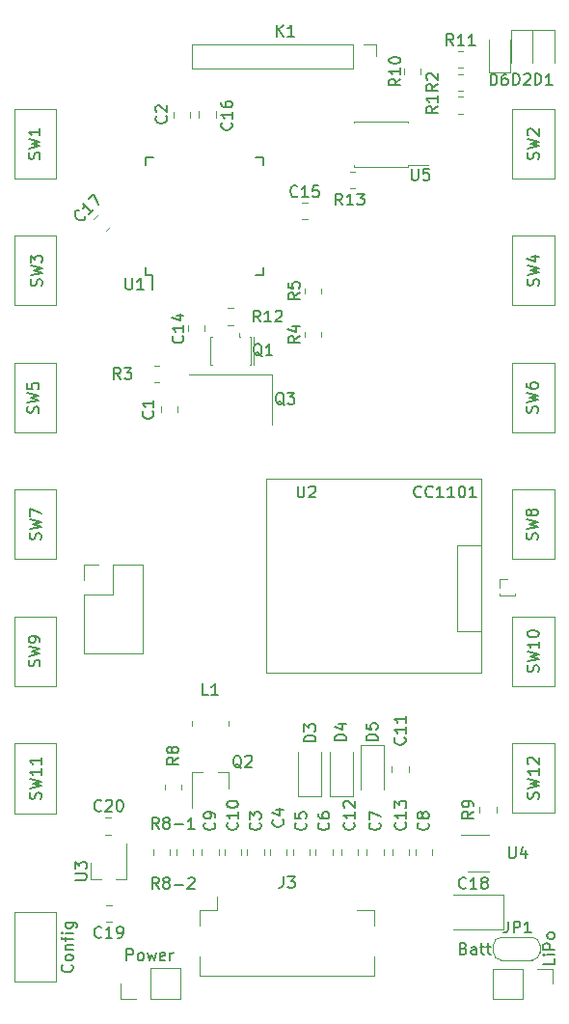
<source format=gbr>
%TF.GenerationSoftware,KiCad,Pcbnew,(5.1.9)-1*%
%TF.CreationDate,2021-03-29T02:47:02+02:00*%
%TF.ProjectId,HB-RC-12-EP-2,48422d52-432d-4313-922d-45502d322e6b,rev?*%
%TF.SameCoordinates,Original*%
%TF.FileFunction,Legend,Top*%
%TF.FilePolarity,Positive*%
%FSLAX46Y46*%
G04 Gerber Fmt 4.6, Leading zero omitted, Abs format (unit mm)*
G04 Created by KiCad (PCBNEW (5.1.9)-1) date 2021-03-29 02:47:02*
%MOMM*%
%LPD*%
G01*
G04 APERTURE LIST*
%ADD10C,0.120000*%
%ADD11C,0.150000*%
%ADD12C,0.101600*%
%ADD13C,0.099060*%
G04 APERTURE END LIST*
D10*
%TO.C,Q2*%
X106430000Y-138540000D02*
X105500000Y-138540000D01*
X103270000Y-138540000D02*
X104200000Y-138540000D01*
X103270000Y-138540000D02*
X103270000Y-141700000D01*
X106430000Y-138540000D02*
X106430000Y-140000000D01*
%TO.C,U3*%
X94370000Y-147960000D02*
X95300000Y-147960000D01*
X97530000Y-147960000D02*
X96600000Y-147960000D01*
X97530000Y-147960000D02*
X97530000Y-144800000D01*
X94370000Y-147960000D02*
X94370000Y-146500000D01*
%TO.C,U4*%
X127500000Y-147260000D02*
X129300000Y-147260000D01*
X129300000Y-144040000D02*
X126850000Y-144040000D01*
%TO.C,Q3*%
X110300000Y-103700000D02*
X103000000Y-103700000D01*
X110300000Y-108100000D02*
X110300000Y-103700000D01*
%TO.C,J3*%
X105440000Y-150650000D02*
X103950000Y-150650000D01*
X103950000Y-150650000D02*
X103950000Y-151990000D01*
X117760000Y-150650000D02*
X119250000Y-150650000D01*
X119250000Y-150650000D02*
X119250000Y-151990000D01*
X103950000Y-154710000D02*
X103950000Y-156450000D01*
X103950000Y-156450000D02*
X119250000Y-156450000D01*
X119250000Y-156450000D02*
X119250000Y-154710000D01*
X105440000Y-150650000D02*
X105440000Y-149450000D01*
%TO.C,R10*%
X123335000Y-76872936D02*
X123335000Y-77327064D01*
X121865000Y-76872936D02*
X121865000Y-77327064D01*
%TO.C,K1*%
X119410000Y-74690000D02*
X119410000Y-75750000D01*
X118350000Y-74690000D02*
X119410000Y-74690000D01*
X117350000Y-74690000D02*
X117350000Y-76810000D01*
X117350000Y-76810000D02*
X103290000Y-76810000D01*
X117350000Y-74690000D02*
X103290000Y-74690000D01*
X103290000Y-74690000D02*
X103290000Y-76810000D01*
%TO.C,JP1*%
X130350000Y-153050000D02*
X133150000Y-153050000D01*
X133800000Y-153750000D02*
X133800000Y-154350000D01*
X133150000Y-155050000D02*
X130350000Y-155050000D01*
X129700000Y-154350000D02*
X129700000Y-153750000D01*
X129700000Y-153750000D02*
G75*
G02*
X130400000Y-153050000I700000J0D01*
G01*
X130400000Y-155050000D02*
G75*
G02*
X129700000Y-154350000I0J700000D01*
G01*
X133800000Y-154350000D02*
G75*
G02*
X133100000Y-155050000I-700000J0D01*
G01*
X133100000Y-153050000D02*
G75*
G02*
X133800000Y-153750000I0J-700000D01*
G01*
%TO.C,C17*%
X96054457Y-90684990D02*
X95684990Y-91054457D01*
X95015010Y-89645543D02*
X94645543Y-90015010D01*
D11*
%TO.C,U1*%
X99750000Y-94975000D02*
X99750000Y-96250000D01*
X99175000Y-84625000D02*
X99175000Y-85300000D01*
X109525000Y-84625000D02*
X109525000Y-85300000D01*
X109525000Y-94975000D02*
X109525000Y-94300000D01*
X99175000Y-94975000D02*
X99175000Y-94300000D01*
X109525000Y-94975000D02*
X108850000Y-94975000D01*
X109525000Y-84625000D02*
X108850000Y-84625000D01*
X99175000Y-84625000D02*
X99850000Y-84625000D01*
X99175000Y-94975000D02*
X99750000Y-94975000D01*
D10*
%TO.C,R8*%
X100865000Y-140077064D02*
X100865000Y-139622936D01*
X102335000Y-140077064D02*
X102335000Y-139622936D01*
%TO.C,R8-2*%
X99865000Y-145827064D02*
X99865000Y-145372936D01*
X101335000Y-145827064D02*
X101335000Y-145372936D01*
%TO.C,C4*%
X110115000Y-145823752D02*
X110115000Y-145301248D01*
X111585000Y-145823752D02*
X111585000Y-145301248D01*
%TO.C,D5*%
X120100000Y-136200000D02*
X118100000Y-136200000D01*
X118100000Y-136200000D02*
X118100000Y-140100000D01*
X120100000Y-136200000D02*
X120100000Y-140100000D01*
%TO.C,D4*%
X115350000Y-140700000D02*
X117350000Y-140700000D01*
X117350000Y-140700000D02*
X117350000Y-136800000D01*
X115350000Y-140700000D02*
X115350000Y-136800000D01*
%TO.C,R12*%
X106877064Y-99335000D02*
X106422936Y-99335000D01*
X106877064Y-97865000D02*
X106422936Y-97865000D01*
%TO.C,U5*%
X122250000Y-85300000D02*
X123950000Y-85300000D01*
X117450000Y-81600000D02*
X117450000Y-81450000D01*
X117450000Y-81450000D02*
X122250000Y-81450000D01*
X122250000Y-81450000D02*
X122250000Y-81600000D01*
X122250000Y-85300000D02*
X122250000Y-85450000D01*
X122250000Y-85450000D02*
X117450000Y-85450000D01*
X117450000Y-85450000D02*
X117450000Y-85300000D01*
D12*
%TO.C,U2*%
X128673000Y-118668000D02*
X126514000Y-118668000D01*
X126514000Y-118668000D02*
X126514000Y-126161000D01*
X126514000Y-126161000D02*
X128673000Y-126161000D01*
D13*
X109750000Y-112850000D02*
X109750000Y-129850000D01*
X109750000Y-129850000D02*
X128650000Y-129850000D01*
X128650000Y-129850000D02*
X128650000Y-112850000D01*
X109750000Y-112850000D02*
X128650000Y-112850000D01*
D10*
%TO.C,Config*%
X87650000Y-156960000D02*
X87650000Y-150840000D01*
X87650000Y-150840000D02*
X91350000Y-150840000D01*
X91350000Y-150840000D02*
X91350000Y-156960000D01*
X91350000Y-156960000D02*
X87650000Y-156960000D01*
%TO.C,SW12*%
X131350000Y-142140000D02*
X131350000Y-136020000D01*
X131350000Y-136020000D02*
X135050000Y-136020000D01*
X135050000Y-136020000D02*
X135050000Y-142140000D01*
X135050000Y-142140000D02*
X131350000Y-142140000D01*
%TO.C,SW10*%
X135050000Y-124890000D02*
X135050000Y-131010000D01*
X135050000Y-131010000D02*
X131350000Y-131010000D01*
X131350000Y-131010000D02*
X131350000Y-124890000D01*
X131350000Y-124890000D02*
X135050000Y-124890000D01*
%TO.C,SW8*%
X131350000Y-119880000D02*
X131350000Y-113760000D01*
X131350000Y-113760000D02*
X135050000Y-113760000D01*
X135050000Y-113760000D02*
X135050000Y-119880000D01*
X135050000Y-119880000D02*
X131350000Y-119880000D01*
%TO.C,SW6*%
X131350000Y-108750000D02*
X131350000Y-102630000D01*
X131350000Y-102630000D02*
X135050000Y-102630000D01*
X135050000Y-102630000D02*
X135050000Y-108750000D01*
X135050000Y-108750000D02*
X131350000Y-108750000D01*
%TO.C,SW4*%
X131350000Y-97620000D02*
X131350000Y-91500000D01*
X131350000Y-91500000D02*
X135050000Y-91500000D01*
X135050000Y-91500000D02*
X135050000Y-97620000D01*
X135050000Y-97620000D02*
X131350000Y-97620000D01*
%TO.C,SW2*%
X135050000Y-80370000D02*
X135050000Y-86490000D01*
X135050000Y-86490000D02*
X131350000Y-86490000D01*
X131350000Y-86490000D02*
X131350000Y-80370000D01*
X131350000Y-80370000D02*
X135050000Y-80370000D01*
%TO.C,SW11*%
X87650000Y-142160000D02*
X87650000Y-136040000D01*
X87650000Y-136040000D02*
X91350000Y-136040000D01*
X91350000Y-136040000D02*
X91350000Y-142160000D01*
X91350000Y-142160000D02*
X87650000Y-142160000D01*
%TO.C,SW9*%
X87650000Y-131010000D02*
X87650000Y-124890000D01*
X87650000Y-124890000D02*
X91350000Y-124890000D01*
X91350000Y-124890000D02*
X91350000Y-131010000D01*
X91350000Y-131010000D02*
X87650000Y-131010000D01*
%TO.C,SW7*%
X87650000Y-119880000D02*
X87650000Y-113760000D01*
X87650000Y-113760000D02*
X91350000Y-113760000D01*
X91350000Y-113760000D02*
X91350000Y-119880000D01*
X91350000Y-119880000D02*
X87650000Y-119880000D01*
%TO.C,SW5*%
X87650000Y-108750000D02*
X87650000Y-102630000D01*
X87650000Y-102630000D02*
X91350000Y-102630000D01*
X91350000Y-102630000D02*
X91350000Y-108750000D01*
X91350000Y-108750000D02*
X87650000Y-108750000D01*
%TO.C,SW3*%
X87650000Y-97620000D02*
X87650000Y-91500000D01*
X87650000Y-91500000D02*
X91350000Y-91500000D01*
X91350000Y-91500000D02*
X91350000Y-97620000D01*
X91350000Y-97620000D02*
X87650000Y-97620000D01*
%TO.C,SW1*%
X87650000Y-86490000D02*
X87650000Y-80370000D01*
X87650000Y-80370000D02*
X91350000Y-80370000D01*
X91350000Y-80370000D02*
X91350000Y-86490000D01*
X91350000Y-86490000D02*
X87650000Y-86490000D01*
%TO.C,R8-1*%
X101865000Y-145827064D02*
X101865000Y-145372936D01*
X103335000Y-145827064D02*
X103335000Y-145372936D01*
%TO.C,R13*%
X117577064Y-87335000D02*
X117122936Y-87335000D01*
X117577064Y-85865000D02*
X117122936Y-85865000D01*
%TO.C,R11*%
X126622936Y-75315000D02*
X127077064Y-75315000D01*
X126622936Y-76785000D02*
X127077064Y-76785000D01*
%TO.C,R9*%
X128515000Y-142077064D02*
X128515000Y-141622936D01*
X129985000Y-142077064D02*
X129985000Y-141622936D01*
%TO.C,R5*%
X113115000Y-96577064D02*
X113115000Y-96122936D01*
X114585000Y-96577064D02*
X114585000Y-96122936D01*
%TO.C,R4*%
X113115000Y-100377064D02*
X113115000Y-99922936D01*
X114585000Y-100377064D02*
X114585000Y-99922936D01*
%TO.C,R3*%
X99922936Y-102915000D02*
X100377064Y-102915000D01*
X99922936Y-104385000D02*
X100377064Y-104385000D01*
%TO.C,R2*%
X126622936Y-77315000D02*
X127077064Y-77315000D01*
X126622936Y-78785000D02*
X127077064Y-78785000D01*
%TO.C,R1*%
X126622936Y-79315000D02*
X127077064Y-79315000D01*
X126622936Y-80785000D02*
X127077064Y-80785000D01*
%TO.C,Q1*%
X104850000Y-102800000D02*
X104850000Y-100800000D01*
X108450000Y-100800000D02*
X108450000Y-102800000D01*
X107400000Y-100400000D02*
X107400000Y-100000000D01*
X108650000Y-102800000D02*
X108650000Y-100800000D01*
X104850000Y-100800000D02*
X104850000Y-100400000D01*
X108450000Y-100800000D02*
X108450000Y-100400000D01*
X108650000Y-100800000D02*
X108650000Y-100400000D01*
X108450000Y-102800000D02*
X108300000Y-102800000D01*
X108450000Y-100400000D02*
X108300000Y-100400000D01*
X107400000Y-100400000D02*
X107450000Y-100400000D01*
X104850000Y-100400000D02*
X105000000Y-100400000D01*
X104850000Y-102800000D02*
X105000000Y-102800000D01*
%TO.C,L1*%
X106450000Y-134100000D02*
X106450000Y-134500000D01*
X103250000Y-134100000D02*
X103250000Y-134500000D01*
%TO.C,Power*%
X97020000Y-158430000D02*
X97020000Y-157100000D01*
X98350000Y-158430000D02*
X97020000Y-158430000D01*
X99620000Y-158430000D02*
X99620000Y-155770000D01*
X99620000Y-155770000D02*
X102220000Y-155770000D01*
X99620000Y-158430000D02*
X102220000Y-158430000D01*
X102220000Y-158430000D02*
X102220000Y-155770000D01*
%TO.C,+*%
X129680000Y-155795000D02*
X129680000Y-158455000D01*
X132280000Y-155795000D02*
X129680000Y-155795000D01*
X132280000Y-158455000D02*
X129680000Y-158455000D01*
X132280000Y-155795000D02*
X132280000Y-158455000D01*
X133550000Y-155795000D02*
X134880000Y-155795000D01*
X134880000Y-155795000D02*
X134880000Y-157125000D01*
%TO.C,Ant*%
X130255000Y-123035000D02*
X131645000Y-123035000D01*
X130255000Y-123035000D02*
X130255000Y-122910000D01*
X131645000Y-123035000D02*
X131645000Y-122910000D01*
X130255000Y-123035000D02*
X130341724Y-123035000D01*
X131558276Y-123035000D02*
X131645000Y-123035000D01*
X130255000Y-122350000D02*
X130255000Y-121665000D01*
X130255000Y-121665000D02*
X130950000Y-121665000D01*
%TO.C,ISP1*%
X93730000Y-128110000D02*
X98930000Y-128110000D01*
X93730000Y-122970000D02*
X93730000Y-128110000D01*
X98930000Y-120370000D02*
X98930000Y-128110000D01*
X93730000Y-122970000D02*
X96330000Y-122970000D01*
X96330000Y-122970000D02*
X96330000Y-120370000D01*
X96330000Y-120370000D02*
X98930000Y-120370000D01*
X93730000Y-121700000D02*
X93730000Y-120370000D01*
X93730000Y-120370000D02*
X95060000Y-120370000D01*
%TO.C,D6*%
X129290000Y-74275000D02*
X129290000Y-77135000D01*
X129290000Y-77135000D02*
X131210000Y-77135000D01*
X131210000Y-77135000D02*
X131210000Y-74275000D01*
%TO.C,D3*%
X112600000Y-140700000D02*
X114600000Y-140700000D01*
X114600000Y-140700000D02*
X114600000Y-136800000D01*
X112600000Y-140700000D02*
X112600000Y-136800000D01*
%TO.C,D2*%
X131240000Y-73440000D02*
X131240000Y-76300000D01*
X133160000Y-73440000D02*
X131240000Y-73440000D01*
X133160000Y-76300000D02*
X133160000Y-73440000D01*
%TO.C,D1*%
X133140000Y-73440000D02*
X133140000Y-76300000D01*
X135060000Y-73440000D02*
X133140000Y-73440000D01*
X135060000Y-76300000D02*
X135060000Y-73440000D01*
%TO.C,C20*%
X95638748Y-142565000D02*
X96161252Y-142565000D01*
X95638748Y-144035000D02*
X96161252Y-144035000D01*
%TO.C,C19*%
X96248752Y-151685000D02*
X95726248Y-151685000D01*
X96248752Y-150215000D02*
X95726248Y-150215000D01*
%TO.C,C18*%
X126200000Y-152360000D02*
X130585000Y-152360000D01*
X130585000Y-152360000D02*
X130585000Y-149340000D01*
X130585000Y-149340000D02*
X126200000Y-149340000D01*
%TO.C,C16*%
X103865000Y-81111252D02*
X103865000Y-80588748D01*
X105335000Y-81111252D02*
X105335000Y-80588748D01*
%TO.C,C15*%
X112888748Y-88615000D02*
X113411252Y-88615000D01*
X112888748Y-90085000D02*
X113411252Y-90085000D01*
%TO.C,C14*%
X104385000Y-99376248D02*
X104385000Y-99898752D01*
X102915000Y-99376248D02*
X102915000Y-99898752D01*
%TO.C,C13*%
X122335000Y-145301248D02*
X122335000Y-145823752D01*
X120865000Y-145301248D02*
X120865000Y-145823752D01*
%TO.C,C12*%
X116365000Y-145823752D02*
X116365000Y-145301248D01*
X117835000Y-145823752D02*
X117835000Y-145301248D01*
%TO.C,C11*%
X120815000Y-138548752D02*
X120815000Y-138026248D01*
X122285000Y-138548752D02*
X122285000Y-138026248D01*
%TO.C,C10*%
X106115000Y-145823752D02*
X106115000Y-145301248D01*
X107585000Y-145823752D02*
X107585000Y-145301248D01*
%TO.C,C9*%
X104115000Y-145823752D02*
X104115000Y-145301248D01*
X105585000Y-145823752D02*
X105585000Y-145301248D01*
%TO.C,C8*%
X122865000Y-145823752D02*
X122865000Y-145301248D01*
X124335000Y-145823752D02*
X124335000Y-145301248D01*
%TO.C,C7*%
X118615000Y-145823752D02*
X118615000Y-145301248D01*
X120085000Y-145823752D02*
X120085000Y-145301248D01*
%TO.C,C6*%
X114115000Y-145823752D02*
X114115000Y-145301248D01*
X115585000Y-145823752D02*
X115585000Y-145301248D01*
%TO.C,C5*%
X112115000Y-145823752D02*
X112115000Y-145301248D01*
X113585000Y-145823752D02*
X113585000Y-145301248D01*
%TO.C,C3*%
X108115000Y-145823752D02*
X108115000Y-145301248D01*
X109585000Y-145823752D02*
X109585000Y-145301248D01*
%TO.C,C2*%
X101615000Y-81148752D02*
X101615000Y-80626248D01*
X103085000Y-81148752D02*
X103085000Y-80626248D01*
%TO.C,C1*%
X101985000Y-106488748D02*
X101985000Y-107011252D01*
X100515000Y-106488748D02*
X100515000Y-107011252D01*
%TO.C,Q2*%
D11*
X107604761Y-138197619D02*
X107509523Y-138150000D01*
X107414285Y-138054761D01*
X107271428Y-137911904D01*
X107176190Y-137864285D01*
X107080952Y-137864285D01*
X107128571Y-138102380D02*
X107033333Y-138054761D01*
X106938095Y-137959523D01*
X106890476Y-137769047D01*
X106890476Y-137435714D01*
X106938095Y-137245238D01*
X107033333Y-137150000D01*
X107128571Y-137102380D01*
X107319047Y-137102380D01*
X107414285Y-137150000D01*
X107509523Y-137245238D01*
X107557142Y-137435714D01*
X107557142Y-137769047D01*
X107509523Y-137959523D01*
X107414285Y-138054761D01*
X107319047Y-138102380D01*
X107128571Y-138102380D01*
X107938095Y-137197619D02*
X107985714Y-137150000D01*
X108080952Y-137102380D01*
X108319047Y-137102380D01*
X108414285Y-137150000D01*
X108461904Y-137197619D01*
X108509523Y-137292857D01*
X108509523Y-137388095D01*
X108461904Y-137530952D01*
X107890476Y-138102380D01*
X108509523Y-138102380D01*
%TO.C,U3*%
X93002380Y-148011904D02*
X93811904Y-148011904D01*
X93907142Y-147964285D01*
X93954761Y-147916666D01*
X94002380Y-147821428D01*
X94002380Y-147630952D01*
X93954761Y-147535714D01*
X93907142Y-147488095D01*
X93811904Y-147440476D01*
X93002380Y-147440476D01*
X93002380Y-147059523D02*
X93002380Y-146440476D01*
X93383333Y-146773809D01*
X93383333Y-146630952D01*
X93430952Y-146535714D01*
X93478571Y-146488095D01*
X93573809Y-146440476D01*
X93811904Y-146440476D01*
X93907142Y-146488095D01*
X93954761Y-146535714D01*
X94002380Y-146630952D01*
X94002380Y-146916666D01*
X93954761Y-147011904D01*
X93907142Y-147059523D01*
%TO.C,U4*%
X131088095Y-145102380D02*
X131088095Y-145911904D01*
X131135714Y-146007142D01*
X131183333Y-146054761D01*
X131278571Y-146102380D01*
X131469047Y-146102380D01*
X131564285Y-146054761D01*
X131611904Y-146007142D01*
X131659523Y-145911904D01*
X131659523Y-145102380D01*
X132564285Y-145435714D02*
X132564285Y-146102380D01*
X132326190Y-145054761D02*
X132088095Y-145769047D01*
X132707142Y-145769047D01*
%TO.C,Q3*%
X111354761Y-106372619D02*
X111259523Y-106325000D01*
X111164285Y-106229761D01*
X111021428Y-106086904D01*
X110926190Y-106039285D01*
X110830952Y-106039285D01*
X110878571Y-106277380D02*
X110783333Y-106229761D01*
X110688095Y-106134523D01*
X110640476Y-105944047D01*
X110640476Y-105610714D01*
X110688095Y-105420238D01*
X110783333Y-105325000D01*
X110878571Y-105277380D01*
X111069047Y-105277380D01*
X111164285Y-105325000D01*
X111259523Y-105420238D01*
X111307142Y-105610714D01*
X111307142Y-105944047D01*
X111259523Y-106134523D01*
X111164285Y-106229761D01*
X111069047Y-106277380D01*
X110878571Y-106277380D01*
X111640476Y-105277380D02*
X112259523Y-105277380D01*
X111926190Y-105658333D01*
X112069047Y-105658333D01*
X112164285Y-105705952D01*
X112211904Y-105753571D01*
X112259523Y-105848809D01*
X112259523Y-106086904D01*
X112211904Y-106182142D01*
X112164285Y-106229761D01*
X112069047Y-106277380D01*
X111783333Y-106277380D01*
X111688095Y-106229761D01*
X111640476Y-106182142D01*
%TO.C,J3*%
X111266666Y-147702380D02*
X111266666Y-148416666D01*
X111219047Y-148559523D01*
X111123809Y-148654761D01*
X110980952Y-148702380D01*
X110885714Y-148702380D01*
X111647619Y-147702380D02*
X112266666Y-147702380D01*
X111933333Y-148083333D01*
X112076190Y-148083333D01*
X112171428Y-148130952D01*
X112219047Y-148178571D01*
X112266666Y-148273809D01*
X112266666Y-148511904D01*
X112219047Y-148607142D01*
X112171428Y-148654761D01*
X112076190Y-148702380D01*
X111790476Y-148702380D01*
X111695238Y-148654761D01*
X111647619Y-148607142D01*
%TO.C,R10*%
X121552380Y-77742857D02*
X121076190Y-78076190D01*
X121552380Y-78314285D02*
X120552380Y-78314285D01*
X120552380Y-77933333D01*
X120600000Y-77838095D01*
X120647619Y-77790476D01*
X120742857Y-77742857D01*
X120885714Y-77742857D01*
X120980952Y-77790476D01*
X121028571Y-77838095D01*
X121076190Y-77933333D01*
X121076190Y-78314285D01*
X121552380Y-76790476D02*
X121552380Y-77361904D01*
X121552380Y-77076190D02*
X120552380Y-77076190D01*
X120695238Y-77171428D01*
X120790476Y-77266666D01*
X120838095Y-77361904D01*
X120552380Y-76171428D02*
X120552380Y-76076190D01*
X120600000Y-75980952D01*
X120647619Y-75933333D01*
X120742857Y-75885714D01*
X120933333Y-75838095D01*
X121171428Y-75838095D01*
X121361904Y-75885714D01*
X121457142Y-75933333D01*
X121504761Y-75980952D01*
X121552380Y-76076190D01*
X121552380Y-76171428D01*
X121504761Y-76266666D01*
X121457142Y-76314285D01*
X121361904Y-76361904D01*
X121171428Y-76409523D01*
X120933333Y-76409523D01*
X120742857Y-76361904D01*
X120647619Y-76314285D01*
X120600000Y-76266666D01*
X120552380Y-76171428D01*
%TO.C,K1*%
X110711904Y-74002380D02*
X110711904Y-73002380D01*
X111283333Y-74002380D02*
X110854761Y-73430952D01*
X111283333Y-73002380D02*
X110711904Y-73573809D01*
X112235714Y-74002380D02*
X111664285Y-74002380D01*
X111950000Y-74002380D02*
X111950000Y-73002380D01*
X111854761Y-73145238D01*
X111759523Y-73240476D01*
X111664285Y-73288095D01*
%TO.C,JP1*%
X131016666Y-151652380D02*
X131016666Y-152366666D01*
X130969047Y-152509523D01*
X130873809Y-152604761D01*
X130730952Y-152652380D01*
X130635714Y-152652380D01*
X131492857Y-152652380D02*
X131492857Y-151652380D01*
X131873809Y-151652380D01*
X131969047Y-151700000D01*
X132016666Y-151747619D01*
X132064285Y-151842857D01*
X132064285Y-151985714D01*
X132016666Y-152080952D01*
X131969047Y-152128571D01*
X131873809Y-152176190D01*
X131492857Y-152176190D01*
X133016666Y-152652380D02*
X132445238Y-152652380D01*
X132730952Y-152652380D02*
X132730952Y-151652380D01*
X132635714Y-151795238D01*
X132540476Y-151890476D01*
X132445238Y-151938095D01*
X127097619Y-154028571D02*
X127240476Y-154076190D01*
X127288095Y-154123809D01*
X127335714Y-154219047D01*
X127335714Y-154361904D01*
X127288095Y-154457142D01*
X127240476Y-154504761D01*
X127145238Y-154552380D01*
X126764285Y-154552380D01*
X126764285Y-153552380D01*
X127097619Y-153552380D01*
X127192857Y-153600000D01*
X127240476Y-153647619D01*
X127288095Y-153742857D01*
X127288095Y-153838095D01*
X127240476Y-153933333D01*
X127192857Y-153980952D01*
X127097619Y-154028571D01*
X126764285Y-154028571D01*
X128192857Y-154552380D02*
X128192857Y-154028571D01*
X128145238Y-153933333D01*
X128050000Y-153885714D01*
X127859523Y-153885714D01*
X127764285Y-153933333D01*
X128192857Y-154504761D02*
X128097619Y-154552380D01*
X127859523Y-154552380D01*
X127764285Y-154504761D01*
X127716666Y-154409523D01*
X127716666Y-154314285D01*
X127764285Y-154219047D01*
X127859523Y-154171428D01*
X128097619Y-154171428D01*
X128192857Y-154123809D01*
X128526190Y-153885714D02*
X128907142Y-153885714D01*
X128669047Y-153552380D02*
X128669047Y-154409523D01*
X128716666Y-154504761D01*
X128811904Y-154552380D01*
X128907142Y-154552380D01*
X129097619Y-153885714D02*
X129478571Y-153885714D01*
X129240476Y-153552380D02*
X129240476Y-154409523D01*
X129288095Y-154504761D01*
X129383333Y-154552380D01*
X129478571Y-154552380D01*
X135102380Y-154930952D02*
X135102380Y-155407142D01*
X134102380Y-155407142D01*
X135102380Y-154597619D02*
X134435714Y-154597619D01*
X134102380Y-154597619D02*
X134150000Y-154645238D01*
X134197619Y-154597619D01*
X134150000Y-154550000D01*
X134102380Y-154597619D01*
X134197619Y-154597619D01*
X135102380Y-154121428D02*
X134102380Y-154121428D01*
X134102380Y-153740476D01*
X134150000Y-153645238D01*
X134197619Y-153597619D01*
X134292857Y-153550000D01*
X134435714Y-153550000D01*
X134530952Y-153597619D01*
X134578571Y-153645238D01*
X134626190Y-153740476D01*
X134626190Y-154121428D01*
X135102380Y-152978571D02*
X135054761Y-153073809D01*
X135007142Y-153121428D01*
X134911904Y-153169047D01*
X134626190Y-153169047D01*
X134530952Y-153121428D01*
X134483333Y-153073809D01*
X134435714Y-152978571D01*
X134435714Y-152835714D01*
X134483333Y-152740476D01*
X134530952Y-152692857D01*
X134626190Y-152645238D01*
X134911904Y-152645238D01*
X135007142Y-152692857D01*
X135054761Y-152740476D01*
X135102380Y-152835714D01*
X135102380Y-152978571D01*
%TO.C,C17*%
X93881592Y-89823483D02*
X93881592Y-89890827D01*
X93814248Y-90025514D01*
X93746905Y-90092857D01*
X93612218Y-90160201D01*
X93477531Y-90160201D01*
X93376516Y-90126529D01*
X93208157Y-90025514D01*
X93107142Y-89924499D01*
X93006126Y-89756140D01*
X92972455Y-89655125D01*
X92972455Y-89520438D01*
X93039798Y-89385751D01*
X93107142Y-89318407D01*
X93241829Y-89251064D01*
X93309172Y-89251064D01*
X94622371Y-89217392D02*
X94218310Y-89621453D01*
X94420340Y-89419422D02*
X93713233Y-88712315D01*
X93746905Y-88880674D01*
X93746905Y-89015361D01*
X93713233Y-89116377D01*
X94150966Y-88274583D02*
X94622371Y-87803178D01*
X95026432Y-88813331D01*
%TO.C,U1*%
X97438095Y-95227380D02*
X97438095Y-96036904D01*
X97485714Y-96132142D01*
X97533333Y-96179761D01*
X97628571Y-96227380D01*
X97819047Y-96227380D01*
X97914285Y-96179761D01*
X97961904Y-96132142D01*
X98009523Y-96036904D01*
X98009523Y-95227380D01*
X99009523Y-96227380D02*
X98438095Y-96227380D01*
X98723809Y-96227380D02*
X98723809Y-95227380D01*
X98628571Y-95370238D01*
X98533333Y-95465476D01*
X98438095Y-95513095D01*
%TO.C,R8*%
X102052380Y-137266666D02*
X101576190Y-137600000D01*
X102052380Y-137838095D02*
X101052380Y-137838095D01*
X101052380Y-137457142D01*
X101100000Y-137361904D01*
X101147619Y-137314285D01*
X101242857Y-137266666D01*
X101385714Y-137266666D01*
X101480952Y-137314285D01*
X101528571Y-137361904D01*
X101576190Y-137457142D01*
X101576190Y-137838095D01*
X101480952Y-136695238D02*
X101433333Y-136790476D01*
X101385714Y-136838095D01*
X101290476Y-136885714D01*
X101242857Y-136885714D01*
X101147619Y-136838095D01*
X101100000Y-136790476D01*
X101052380Y-136695238D01*
X101052380Y-136504761D01*
X101100000Y-136409523D01*
X101147619Y-136361904D01*
X101242857Y-136314285D01*
X101290476Y-136314285D01*
X101385714Y-136361904D01*
X101433333Y-136409523D01*
X101480952Y-136504761D01*
X101480952Y-136695238D01*
X101528571Y-136790476D01*
X101576190Y-136838095D01*
X101671428Y-136885714D01*
X101861904Y-136885714D01*
X101957142Y-136838095D01*
X102004761Y-136790476D01*
X102052380Y-136695238D01*
X102052380Y-136504761D01*
X102004761Y-136409523D01*
X101957142Y-136361904D01*
X101861904Y-136314285D01*
X101671428Y-136314285D01*
X101576190Y-136361904D01*
X101528571Y-136409523D01*
X101480952Y-136504761D01*
%TO.C,R8-2*%
X100338095Y-148802380D02*
X100004761Y-148326190D01*
X99766666Y-148802380D02*
X99766666Y-147802380D01*
X100147619Y-147802380D01*
X100242857Y-147850000D01*
X100290476Y-147897619D01*
X100338095Y-147992857D01*
X100338095Y-148135714D01*
X100290476Y-148230952D01*
X100242857Y-148278571D01*
X100147619Y-148326190D01*
X99766666Y-148326190D01*
X100909523Y-148230952D02*
X100814285Y-148183333D01*
X100766666Y-148135714D01*
X100719047Y-148040476D01*
X100719047Y-147992857D01*
X100766666Y-147897619D01*
X100814285Y-147850000D01*
X100909523Y-147802380D01*
X101100000Y-147802380D01*
X101195238Y-147850000D01*
X101242857Y-147897619D01*
X101290476Y-147992857D01*
X101290476Y-148040476D01*
X101242857Y-148135714D01*
X101195238Y-148183333D01*
X101100000Y-148230952D01*
X100909523Y-148230952D01*
X100814285Y-148278571D01*
X100766666Y-148326190D01*
X100719047Y-148421428D01*
X100719047Y-148611904D01*
X100766666Y-148707142D01*
X100814285Y-148754761D01*
X100909523Y-148802380D01*
X101100000Y-148802380D01*
X101195238Y-148754761D01*
X101242857Y-148707142D01*
X101290476Y-148611904D01*
X101290476Y-148421428D01*
X101242857Y-148326190D01*
X101195238Y-148278571D01*
X101100000Y-148230952D01*
X101719047Y-148421428D02*
X102480952Y-148421428D01*
X102909523Y-147897619D02*
X102957142Y-147850000D01*
X103052380Y-147802380D01*
X103290476Y-147802380D01*
X103385714Y-147850000D01*
X103433333Y-147897619D01*
X103480952Y-147992857D01*
X103480952Y-148088095D01*
X103433333Y-148230952D01*
X102861904Y-148802380D01*
X103480952Y-148802380D01*
%TO.C,C4*%
X111207142Y-142729166D02*
X111254761Y-142776785D01*
X111302380Y-142919642D01*
X111302380Y-143014880D01*
X111254761Y-143157738D01*
X111159523Y-143252976D01*
X111064285Y-143300595D01*
X110873809Y-143348214D01*
X110730952Y-143348214D01*
X110540476Y-143300595D01*
X110445238Y-143252976D01*
X110350000Y-143157738D01*
X110302380Y-143014880D01*
X110302380Y-142919642D01*
X110350000Y-142776785D01*
X110397619Y-142729166D01*
X110635714Y-141872023D02*
X111302380Y-141872023D01*
X110254761Y-142110119D02*
X110969047Y-142348214D01*
X110969047Y-141729166D01*
%TO.C,D5*%
X119552380Y-135788095D02*
X118552380Y-135788095D01*
X118552380Y-135550000D01*
X118600000Y-135407142D01*
X118695238Y-135311904D01*
X118790476Y-135264285D01*
X118980952Y-135216666D01*
X119123809Y-135216666D01*
X119314285Y-135264285D01*
X119409523Y-135311904D01*
X119504761Y-135407142D01*
X119552380Y-135550000D01*
X119552380Y-135788095D01*
X118552380Y-134311904D02*
X118552380Y-134788095D01*
X119028571Y-134835714D01*
X118980952Y-134788095D01*
X118933333Y-134692857D01*
X118933333Y-134454761D01*
X118980952Y-134359523D01*
X119028571Y-134311904D01*
X119123809Y-134264285D01*
X119361904Y-134264285D01*
X119457142Y-134311904D01*
X119504761Y-134359523D01*
X119552380Y-134454761D01*
X119552380Y-134692857D01*
X119504761Y-134788095D01*
X119457142Y-134835714D01*
%TO.C,D4*%
X116802380Y-135788095D02*
X115802380Y-135788095D01*
X115802380Y-135550000D01*
X115850000Y-135407142D01*
X115945238Y-135311904D01*
X116040476Y-135264285D01*
X116230952Y-135216666D01*
X116373809Y-135216666D01*
X116564285Y-135264285D01*
X116659523Y-135311904D01*
X116754761Y-135407142D01*
X116802380Y-135550000D01*
X116802380Y-135788095D01*
X116135714Y-134359523D02*
X116802380Y-134359523D01*
X115754761Y-134597619D02*
X116469047Y-134835714D01*
X116469047Y-134216666D01*
%TO.C,R12*%
X109257142Y-99052380D02*
X108923809Y-98576190D01*
X108685714Y-99052380D02*
X108685714Y-98052380D01*
X109066666Y-98052380D01*
X109161904Y-98100000D01*
X109209523Y-98147619D01*
X109257142Y-98242857D01*
X109257142Y-98385714D01*
X109209523Y-98480952D01*
X109161904Y-98528571D01*
X109066666Y-98576190D01*
X108685714Y-98576190D01*
X110209523Y-99052380D02*
X109638095Y-99052380D01*
X109923809Y-99052380D02*
X109923809Y-98052380D01*
X109828571Y-98195238D01*
X109733333Y-98290476D01*
X109638095Y-98338095D01*
X110590476Y-98147619D02*
X110638095Y-98100000D01*
X110733333Y-98052380D01*
X110971428Y-98052380D01*
X111066666Y-98100000D01*
X111114285Y-98147619D01*
X111161904Y-98242857D01*
X111161904Y-98338095D01*
X111114285Y-98480952D01*
X110542857Y-99052380D01*
X111161904Y-99052380D01*
%TO.C,U5*%
X122538095Y-85627380D02*
X122538095Y-86436904D01*
X122585714Y-86532142D01*
X122633333Y-86579761D01*
X122728571Y-86627380D01*
X122919047Y-86627380D01*
X123014285Y-86579761D01*
X123061904Y-86532142D01*
X123109523Y-86436904D01*
X123109523Y-85627380D01*
X124061904Y-85627380D02*
X123585714Y-85627380D01*
X123538095Y-86103571D01*
X123585714Y-86055952D01*
X123680952Y-86008333D01*
X123919047Y-86008333D01*
X124014285Y-86055952D01*
X124061904Y-86103571D01*
X124109523Y-86198809D01*
X124109523Y-86436904D01*
X124061904Y-86532142D01*
X124014285Y-86579761D01*
X123919047Y-86627380D01*
X123680952Y-86627380D01*
X123585714Y-86579761D01*
X123538095Y-86532142D01*
%TO.C,U2*%
X112521095Y-113460380D02*
X112521095Y-114269904D01*
X112568714Y-114365142D01*
X112616333Y-114412761D01*
X112711571Y-114460380D01*
X112902047Y-114460380D01*
X112997285Y-114412761D01*
X113044904Y-114365142D01*
X113092523Y-114269904D01*
X113092523Y-113460380D01*
X113521095Y-113555619D02*
X113568714Y-113508000D01*
X113663952Y-113460380D01*
X113902047Y-113460380D01*
X113997285Y-113508000D01*
X114044904Y-113555619D01*
X114092523Y-113650857D01*
X114092523Y-113746095D01*
X114044904Y-113888952D01*
X113473476Y-114460380D01*
X114092523Y-114460380D01*
X123379761Y-114365142D02*
X123332142Y-114412761D01*
X123189285Y-114460380D01*
X123094047Y-114460380D01*
X122951190Y-114412761D01*
X122855952Y-114317523D01*
X122808333Y-114222285D01*
X122760714Y-114031809D01*
X122760714Y-113888952D01*
X122808333Y-113698476D01*
X122855952Y-113603238D01*
X122951190Y-113508000D01*
X123094047Y-113460380D01*
X123189285Y-113460380D01*
X123332142Y-113508000D01*
X123379761Y-113555619D01*
X124379761Y-114365142D02*
X124332142Y-114412761D01*
X124189285Y-114460380D01*
X124094047Y-114460380D01*
X123951190Y-114412761D01*
X123855952Y-114317523D01*
X123808333Y-114222285D01*
X123760714Y-114031809D01*
X123760714Y-113888952D01*
X123808333Y-113698476D01*
X123855952Y-113603238D01*
X123951190Y-113508000D01*
X124094047Y-113460380D01*
X124189285Y-113460380D01*
X124332142Y-113508000D01*
X124379761Y-113555619D01*
X125332142Y-114460380D02*
X124760714Y-114460380D01*
X125046428Y-114460380D02*
X125046428Y-113460380D01*
X124951190Y-113603238D01*
X124855952Y-113698476D01*
X124760714Y-113746095D01*
X126284523Y-114460380D02*
X125713095Y-114460380D01*
X125998809Y-114460380D02*
X125998809Y-113460380D01*
X125903571Y-113603238D01*
X125808333Y-113698476D01*
X125713095Y-113746095D01*
X126903571Y-113460380D02*
X126998809Y-113460380D01*
X127094047Y-113508000D01*
X127141666Y-113555619D01*
X127189285Y-113650857D01*
X127236904Y-113841333D01*
X127236904Y-114079428D01*
X127189285Y-114269904D01*
X127141666Y-114365142D01*
X127094047Y-114412761D01*
X126998809Y-114460380D01*
X126903571Y-114460380D01*
X126808333Y-114412761D01*
X126760714Y-114365142D01*
X126713095Y-114269904D01*
X126665476Y-114079428D01*
X126665476Y-113841333D01*
X126713095Y-113650857D01*
X126760714Y-113555619D01*
X126808333Y-113508000D01*
X126903571Y-113460380D01*
X128189285Y-114460380D02*
X127617857Y-114460380D01*
X127903571Y-114460380D02*
X127903571Y-113460380D01*
X127808333Y-113603238D01*
X127713095Y-113698476D01*
X127617857Y-113746095D01*
%TO.C,Config*%
X92707142Y-155471428D02*
X92754761Y-155519047D01*
X92802380Y-155661904D01*
X92802380Y-155757142D01*
X92754761Y-155900000D01*
X92659523Y-155995238D01*
X92564285Y-156042857D01*
X92373809Y-156090476D01*
X92230952Y-156090476D01*
X92040476Y-156042857D01*
X91945238Y-155995238D01*
X91850000Y-155900000D01*
X91802380Y-155757142D01*
X91802380Y-155661904D01*
X91850000Y-155519047D01*
X91897619Y-155471428D01*
X92802380Y-154900000D02*
X92754761Y-154995238D01*
X92707142Y-155042857D01*
X92611904Y-155090476D01*
X92326190Y-155090476D01*
X92230952Y-155042857D01*
X92183333Y-154995238D01*
X92135714Y-154900000D01*
X92135714Y-154757142D01*
X92183333Y-154661904D01*
X92230952Y-154614285D01*
X92326190Y-154566666D01*
X92611904Y-154566666D01*
X92707142Y-154614285D01*
X92754761Y-154661904D01*
X92802380Y-154757142D01*
X92802380Y-154900000D01*
X92135714Y-154138095D02*
X92802380Y-154138095D01*
X92230952Y-154138095D02*
X92183333Y-154090476D01*
X92135714Y-153995238D01*
X92135714Y-153852380D01*
X92183333Y-153757142D01*
X92278571Y-153709523D01*
X92802380Y-153709523D01*
X92135714Y-153376190D02*
X92135714Y-152995238D01*
X92802380Y-153233333D02*
X91945238Y-153233333D01*
X91850000Y-153185714D01*
X91802380Y-153090476D01*
X91802380Y-152995238D01*
X92802380Y-152661904D02*
X92135714Y-152661904D01*
X91802380Y-152661904D02*
X91850000Y-152709523D01*
X91897619Y-152661904D01*
X91850000Y-152614285D01*
X91802380Y-152661904D01*
X91897619Y-152661904D01*
X92135714Y-151757142D02*
X92945238Y-151757142D01*
X93040476Y-151804761D01*
X93088095Y-151852380D01*
X93135714Y-151947619D01*
X93135714Y-152090476D01*
X93088095Y-152185714D01*
X92754761Y-151757142D02*
X92802380Y-151852380D01*
X92802380Y-152042857D01*
X92754761Y-152138095D01*
X92707142Y-152185714D01*
X92611904Y-152233333D01*
X92326190Y-152233333D01*
X92230952Y-152185714D01*
X92183333Y-152138095D01*
X92135714Y-152042857D01*
X92135714Y-151852380D01*
X92183333Y-151757142D01*
%TO.C,SW12*%
X133654761Y-140889523D02*
X133702380Y-140746666D01*
X133702380Y-140508571D01*
X133654761Y-140413333D01*
X133607142Y-140365714D01*
X133511904Y-140318095D01*
X133416666Y-140318095D01*
X133321428Y-140365714D01*
X133273809Y-140413333D01*
X133226190Y-140508571D01*
X133178571Y-140699047D01*
X133130952Y-140794285D01*
X133083333Y-140841904D01*
X132988095Y-140889523D01*
X132892857Y-140889523D01*
X132797619Y-140841904D01*
X132750000Y-140794285D01*
X132702380Y-140699047D01*
X132702380Y-140460952D01*
X132750000Y-140318095D01*
X132702380Y-139984761D02*
X133702380Y-139746666D01*
X132988095Y-139556190D01*
X133702380Y-139365714D01*
X132702380Y-139127619D01*
X133702380Y-138222857D02*
X133702380Y-138794285D01*
X133702380Y-138508571D02*
X132702380Y-138508571D01*
X132845238Y-138603809D01*
X132940476Y-138699047D01*
X132988095Y-138794285D01*
X132797619Y-137841904D02*
X132750000Y-137794285D01*
X132702380Y-137699047D01*
X132702380Y-137460952D01*
X132750000Y-137365714D01*
X132797619Y-137318095D01*
X132892857Y-137270476D01*
X132988095Y-137270476D01*
X133130952Y-137318095D01*
X133702380Y-137889523D01*
X133702380Y-137270476D01*
%TO.C,SW10*%
X133654761Y-129759523D02*
X133702380Y-129616666D01*
X133702380Y-129378571D01*
X133654761Y-129283333D01*
X133607142Y-129235714D01*
X133511904Y-129188095D01*
X133416666Y-129188095D01*
X133321428Y-129235714D01*
X133273809Y-129283333D01*
X133226190Y-129378571D01*
X133178571Y-129569047D01*
X133130952Y-129664285D01*
X133083333Y-129711904D01*
X132988095Y-129759523D01*
X132892857Y-129759523D01*
X132797619Y-129711904D01*
X132750000Y-129664285D01*
X132702380Y-129569047D01*
X132702380Y-129330952D01*
X132750000Y-129188095D01*
X132702380Y-128854761D02*
X133702380Y-128616666D01*
X132988095Y-128426190D01*
X133702380Y-128235714D01*
X132702380Y-127997619D01*
X133702380Y-127092857D02*
X133702380Y-127664285D01*
X133702380Y-127378571D02*
X132702380Y-127378571D01*
X132845238Y-127473809D01*
X132940476Y-127569047D01*
X132988095Y-127664285D01*
X132702380Y-126473809D02*
X132702380Y-126378571D01*
X132750000Y-126283333D01*
X132797619Y-126235714D01*
X132892857Y-126188095D01*
X133083333Y-126140476D01*
X133321428Y-126140476D01*
X133511904Y-126188095D01*
X133607142Y-126235714D01*
X133654761Y-126283333D01*
X133702380Y-126378571D01*
X133702380Y-126473809D01*
X133654761Y-126569047D01*
X133607142Y-126616666D01*
X133511904Y-126664285D01*
X133321428Y-126711904D01*
X133083333Y-126711904D01*
X132892857Y-126664285D01*
X132797619Y-126616666D01*
X132750000Y-126569047D01*
X132702380Y-126473809D01*
%TO.C,SW8*%
X133554761Y-118153333D02*
X133602380Y-118010476D01*
X133602380Y-117772380D01*
X133554761Y-117677142D01*
X133507142Y-117629523D01*
X133411904Y-117581904D01*
X133316666Y-117581904D01*
X133221428Y-117629523D01*
X133173809Y-117677142D01*
X133126190Y-117772380D01*
X133078571Y-117962857D01*
X133030952Y-118058095D01*
X132983333Y-118105714D01*
X132888095Y-118153333D01*
X132792857Y-118153333D01*
X132697619Y-118105714D01*
X132650000Y-118058095D01*
X132602380Y-117962857D01*
X132602380Y-117724761D01*
X132650000Y-117581904D01*
X132602380Y-117248571D02*
X133602380Y-117010476D01*
X132888095Y-116820000D01*
X133602380Y-116629523D01*
X132602380Y-116391428D01*
X133030952Y-115867619D02*
X132983333Y-115962857D01*
X132935714Y-116010476D01*
X132840476Y-116058095D01*
X132792857Y-116058095D01*
X132697619Y-116010476D01*
X132650000Y-115962857D01*
X132602380Y-115867619D01*
X132602380Y-115677142D01*
X132650000Y-115581904D01*
X132697619Y-115534285D01*
X132792857Y-115486666D01*
X132840476Y-115486666D01*
X132935714Y-115534285D01*
X132983333Y-115581904D01*
X133030952Y-115677142D01*
X133030952Y-115867619D01*
X133078571Y-115962857D01*
X133126190Y-116010476D01*
X133221428Y-116058095D01*
X133411904Y-116058095D01*
X133507142Y-116010476D01*
X133554761Y-115962857D01*
X133602380Y-115867619D01*
X133602380Y-115677142D01*
X133554761Y-115581904D01*
X133507142Y-115534285D01*
X133411904Y-115486666D01*
X133221428Y-115486666D01*
X133126190Y-115534285D01*
X133078571Y-115581904D01*
X133030952Y-115677142D01*
%TO.C,SW6*%
X133554761Y-107023333D02*
X133602380Y-106880476D01*
X133602380Y-106642380D01*
X133554761Y-106547142D01*
X133507142Y-106499523D01*
X133411904Y-106451904D01*
X133316666Y-106451904D01*
X133221428Y-106499523D01*
X133173809Y-106547142D01*
X133126190Y-106642380D01*
X133078571Y-106832857D01*
X133030952Y-106928095D01*
X132983333Y-106975714D01*
X132888095Y-107023333D01*
X132792857Y-107023333D01*
X132697619Y-106975714D01*
X132650000Y-106928095D01*
X132602380Y-106832857D01*
X132602380Y-106594761D01*
X132650000Y-106451904D01*
X132602380Y-106118571D02*
X133602380Y-105880476D01*
X132888095Y-105690000D01*
X133602380Y-105499523D01*
X132602380Y-105261428D01*
X132602380Y-104451904D02*
X132602380Y-104642380D01*
X132650000Y-104737619D01*
X132697619Y-104785238D01*
X132840476Y-104880476D01*
X133030952Y-104928095D01*
X133411904Y-104928095D01*
X133507142Y-104880476D01*
X133554761Y-104832857D01*
X133602380Y-104737619D01*
X133602380Y-104547142D01*
X133554761Y-104451904D01*
X133507142Y-104404285D01*
X133411904Y-104356666D01*
X133173809Y-104356666D01*
X133078571Y-104404285D01*
X133030952Y-104451904D01*
X132983333Y-104547142D01*
X132983333Y-104737619D01*
X133030952Y-104832857D01*
X133078571Y-104880476D01*
X133173809Y-104928095D01*
%TO.C,SW4*%
X133654761Y-95883333D02*
X133702380Y-95740476D01*
X133702380Y-95502380D01*
X133654761Y-95407142D01*
X133607142Y-95359523D01*
X133511904Y-95311904D01*
X133416666Y-95311904D01*
X133321428Y-95359523D01*
X133273809Y-95407142D01*
X133226190Y-95502380D01*
X133178571Y-95692857D01*
X133130952Y-95788095D01*
X133083333Y-95835714D01*
X132988095Y-95883333D01*
X132892857Y-95883333D01*
X132797619Y-95835714D01*
X132750000Y-95788095D01*
X132702380Y-95692857D01*
X132702380Y-95454761D01*
X132750000Y-95311904D01*
X132702380Y-94978571D02*
X133702380Y-94740476D01*
X132988095Y-94550000D01*
X133702380Y-94359523D01*
X132702380Y-94121428D01*
X133035714Y-93311904D02*
X133702380Y-93311904D01*
X132654761Y-93550000D02*
X133369047Y-93788095D01*
X133369047Y-93169047D01*
%TO.C,SW2*%
X133654761Y-84783333D02*
X133702380Y-84640476D01*
X133702380Y-84402380D01*
X133654761Y-84307142D01*
X133607142Y-84259523D01*
X133511904Y-84211904D01*
X133416666Y-84211904D01*
X133321428Y-84259523D01*
X133273809Y-84307142D01*
X133226190Y-84402380D01*
X133178571Y-84592857D01*
X133130952Y-84688095D01*
X133083333Y-84735714D01*
X132988095Y-84783333D01*
X132892857Y-84783333D01*
X132797619Y-84735714D01*
X132750000Y-84688095D01*
X132702380Y-84592857D01*
X132702380Y-84354761D01*
X132750000Y-84211904D01*
X132702380Y-83878571D02*
X133702380Y-83640476D01*
X132988095Y-83450000D01*
X133702380Y-83259523D01*
X132702380Y-83021428D01*
X132797619Y-82688095D02*
X132750000Y-82640476D01*
X132702380Y-82545238D01*
X132702380Y-82307142D01*
X132750000Y-82211904D01*
X132797619Y-82164285D01*
X132892857Y-82116666D01*
X132988095Y-82116666D01*
X133130952Y-82164285D01*
X133702380Y-82735714D01*
X133702380Y-82116666D01*
%TO.C,SW11*%
X89954761Y-140909523D02*
X90002380Y-140766666D01*
X90002380Y-140528571D01*
X89954761Y-140433333D01*
X89907142Y-140385714D01*
X89811904Y-140338095D01*
X89716666Y-140338095D01*
X89621428Y-140385714D01*
X89573809Y-140433333D01*
X89526190Y-140528571D01*
X89478571Y-140719047D01*
X89430952Y-140814285D01*
X89383333Y-140861904D01*
X89288095Y-140909523D01*
X89192857Y-140909523D01*
X89097619Y-140861904D01*
X89050000Y-140814285D01*
X89002380Y-140719047D01*
X89002380Y-140480952D01*
X89050000Y-140338095D01*
X89002380Y-140004761D02*
X90002380Y-139766666D01*
X89288095Y-139576190D01*
X90002380Y-139385714D01*
X89002380Y-139147619D01*
X90002380Y-138242857D02*
X90002380Y-138814285D01*
X90002380Y-138528571D02*
X89002380Y-138528571D01*
X89145238Y-138623809D01*
X89240476Y-138719047D01*
X89288095Y-138814285D01*
X90002380Y-137290476D02*
X90002380Y-137861904D01*
X90002380Y-137576190D02*
X89002380Y-137576190D01*
X89145238Y-137671428D01*
X89240476Y-137766666D01*
X89288095Y-137861904D01*
%TO.C,SW9*%
X89854761Y-129283333D02*
X89902380Y-129140476D01*
X89902380Y-128902380D01*
X89854761Y-128807142D01*
X89807142Y-128759523D01*
X89711904Y-128711904D01*
X89616666Y-128711904D01*
X89521428Y-128759523D01*
X89473809Y-128807142D01*
X89426190Y-128902380D01*
X89378571Y-129092857D01*
X89330952Y-129188095D01*
X89283333Y-129235714D01*
X89188095Y-129283333D01*
X89092857Y-129283333D01*
X88997619Y-129235714D01*
X88950000Y-129188095D01*
X88902380Y-129092857D01*
X88902380Y-128854761D01*
X88950000Y-128711904D01*
X88902380Y-128378571D02*
X89902380Y-128140476D01*
X89188095Y-127950000D01*
X89902380Y-127759523D01*
X88902380Y-127521428D01*
X89902380Y-127092857D02*
X89902380Y-126902380D01*
X89854761Y-126807142D01*
X89807142Y-126759523D01*
X89664285Y-126664285D01*
X89473809Y-126616666D01*
X89092857Y-126616666D01*
X88997619Y-126664285D01*
X88950000Y-126711904D01*
X88902380Y-126807142D01*
X88902380Y-126997619D01*
X88950000Y-127092857D01*
X88997619Y-127140476D01*
X89092857Y-127188095D01*
X89330952Y-127188095D01*
X89426190Y-127140476D01*
X89473809Y-127092857D01*
X89521428Y-126997619D01*
X89521428Y-126807142D01*
X89473809Y-126711904D01*
X89426190Y-126664285D01*
X89330952Y-126616666D01*
%TO.C,SW7*%
X89954761Y-118153333D02*
X90002380Y-118010476D01*
X90002380Y-117772380D01*
X89954761Y-117677142D01*
X89907142Y-117629523D01*
X89811904Y-117581904D01*
X89716666Y-117581904D01*
X89621428Y-117629523D01*
X89573809Y-117677142D01*
X89526190Y-117772380D01*
X89478571Y-117962857D01*
X89430952Y-118058095D01*
X89383333Y-118105714D01*
X89288095Y-118153333D01*
X89192857Y-118153333D01*
X89097619Y-118105714D01*
X89050000Y-118058095D01*
X89002380Y-117962857D01*
X89002380Y-117724761D01*
X89050000Y-117581904D01*
X89002380Y-117248571D02*
X90002380Y-117010476D01*
X89288095Y-116820000D01*
X90002380Y-116629523D01*
X89002380Y-116391428D01*
X89002380Y-116105714D02*
X89002380Y-115439047D01*
X90002380Y-115867619D01*
%TO.C,SW5*%
X89754761Y-107063333D02*
X89802380Y-106920476D01*
X89802380Y-106682380D01*
X89754761Y-106587142D01*
X89707142Y-106539523D01*
X89611904Y-106491904D01*
X89516666Y-106491904D01*
X89421428Y-106539523D01*
X89373809Y-106587142D01*
X89326190Y-106682380D01*
X89278571Y-106872857D01*
X89230952Y-106968095D01*
X89183333Y-107015714D01*
X89088095Y-107063333D01*
X88992857Y-107063333D01*
X88897619Y-107015714D01*
X88850000Y-106968095D01*
X88802380Y-106872857D01*
X88802380Y-106634761D01*
X88850000Y-106491904D01*
X88802380Y-106158571D02*
X89802380Y-105920476D01*
X89088095Y-105730000D01*
X89802380Y-105539523D01*
X88802380Y-105301428D01*
X88802380Y-104444285D02*
X88802380Y-104920476D01*
X89278571Y-104968095D01*
X89230952Y-104920476D01*
X89183333Y-104825238D01*
X89183333Y-104587142D01*
X89230952Y-104491904D01*
X89278571Y-104444285D01*
X89373809Y-104396666D01*
X89611904Y-104396666D01*
X89707142Y-104444285D01*
X89754761Y-104491904D01*
X89802380Y-104587142D01*
X89802380Y-104825238D01*
X89754761Y-104920476D01*
X89707142Y-104968095D01*
%TO.C,SW3*%
X90054761Y-95893333D02*
X90102380Y-95750476D01*
X90102380Y-95512380D01*
X90054761Y-95417142D01*
X90007142Y-95369523D01*
X89911904Y-95321904D01*
X89816666Y-95321904D01*
X89721428Y-95369523D01*
X89673809Y-95417142D01*
X89626190Y-95512380D01*
X89578571Y-95702857D01*
X89530952Y-95798095D01*
X89483333Y-95845714D01*
X89388095Y-95893333D01*
X89292857Y-95893333D01*
X89197619Y-95845714D01*
X89150000Y-95798095D01*
X89102380Y-95702857D01*
X89102380Y-95464761D01*
X89150000Y-95321904D01*
X89102380Y-94988571D02*
X90102380Y-94750476D01*
X89388095Y-94560000D01*
X90102380Y-94369523D01*
X89102380Y-94131428D01*
X89102380Y-93845714D02*
X89102380Y-93226666D01*
X89483333Y-93560000D01*
X89483333Y-93417142D01*
X89530952Y-93321904D01*
X89578571Y-93274285D01*
X89673809Y-93226666D01*
X89911904Y-93226666D01*
X90007142Y-93274285D01*
X90054761Y-93321904D01*
X90102380Y-93417142D01*
X90102380Y-93702857D01*
X90054761Y-93798095D01*
X90007142Y-93845714D01*
%TO.C,SW1*%
X89854761Y-84763333D02*
X89902380Y-84620476D01*
X89902380Y-84382380D01*
X89854761Y-84287142D01*
X89807142Y-84239523D01*
X89711904Y-84191904D01*
X89616666Y-84191904D01*
X89521428Y-84239523D01*
X89473809Y-84287142D01*
X89426190Y-84382380D01*
X89378571Y-84572857D01*
X89330952Y-84668095D01*
X89283333Y-84715714D01*
X89188095Y-84763333D01*
X89092857Y-84763333D01*
X88997619Y-84715714D01*
X88950000Y-84668095D01*
X88902380Y-84572857D01*
X88902380Y-84334761D01*
X88950000Y-84191904D01*
X88902380Y-83858571D02*
X89902380Y-83620476D01*
X89188095Y-83430000D01*
X89902380Y-83239523D01*
X88902380Y-83001428D01*
X89902380Y-82096666D02*
X89902380Y-82668095D01*
X89902380Y-82382380D02*
X88902380Y-82382380D01*
X89045238Y-82477619D01*
X89140476Y-82572857D01*
X89188095Y-82668095D01*
%TO.C,R8-1*%
X100338095Y-143552380D02*
X100004761Y-143076190D01*
X99766666Y-143552380D02*
X99766666Y-142552380D01*
X100147619Y-142552380D01*
X100242857Y-142600000D01*
X100290476Y-142647619D01*
X100338095Y-142742857D01*
X100338095Y-142885714D01*
X100290476Y-142980952D01*
X100242857Y-143028571D01*
X100147619Y-143076190D01*
X99766666Y-143076190D01*
X100909523Y-142980952D02*
X100814285Y-142933333D01*
X100766666Y-142885714D01*
X100719047Y-142790476D01*
X100719047Y-142742857D01*
X100766666Y-142647619D01*
X100814285Y-142600000D01*
X100909523Y-142552380D01*
X101100000Y-142552380D01*
X101195238Y-142600000D01*
X101242857Y-142647619D01*
X101290476Y-142742857D01*
X101290476Y-142790476D01*
X101242857Y-142885714D01*
X101195238Y-142933333D01*
X101100000Y-142980952D01*
X100909523Y-142980952D01*
X100814285Y-143028571D01*
X100766666Y-143076190D01*
X100719047Y-143171428D01*
X100719047Y-143361904D01*
X100766666Y-143457142D01*
X100814285Y-143504761D01*
X100909523Y-143552380D01*
X101100000Y-143552380D01*
X101195238Y-143504761D01*
X101242857Y-143457142D01*
X101290476Y-143361904D01*
X101290476Y-143171428D01*
X101242857Y-143076190D01*
X101195238Y-143028571D01*
X101100000Y-142980952D01*
X101719047Y-143171428D02*
X102480952Y-143171428D01*
X103480952Y-143552380D02*
X102909523Y-143552380D01*
X103195238Y-143552380D02*
X103195238Y-142552380D01*
X103100000Y-142695238D01*
X103004761Y-142790476D01*
X102909523Y-142838095D01*
%TO.C,R13*%
X116457142Y-88802380D02*
X116123809Y-88326190D01*
X115885714Y-88802380D02*
X115885714Y-87802380D01*
X116266666Y-87802380D01*
X116361904Y-87850000D01*
X116409523Y-87897619D01*
X116457142Y-87992857D01*
X116457142Y-88135714D01*
X116409523Y-88230952D01*
X116361904Y-88278571D01*
X116266666Y-88326190D01*
X115885714Y-88326190D01*
X117409523Y-88802380D02*
X116838095Y-88802380D01*
X117123809Y-88802380D02*
X117123809Y-87802380D01*
X117028571Y-87945238D01*
X116933333Y-88040476D01*
X116838095Y-88088095D01*
X117742857Y-87802380D02*
X118361904Y-87802380D01*
X118028571Y-88183333D01*
X118171428Y-88183333D01*
X118266666Y-88230952D01*
X118314285Y-88278571D01*
X118361904Y-88373809D01*
X118361904Y-88611904D01*
X118314285Y-88707142D01*
X118266666Y-88754761D01*
X118171428Y-88802380D01*
X117885714Y-88802380D01*
X117790476Y-88754761D01*
X117742857Y-88707142D01*
%TO.C,R11*%
X126207142Y-74802380D02*
X125873809Y-74326190D01*
X125635714Y-74802380D02*
X125635714Y-73802380D01*
X126016666Y-73802380D01*
X126111904Y-73850000D01*
X126159523Y-73897619D01*
X126207142Y-73992857D01*
X126207142Y-74135714D01*
X126159523Y-74230952D01*
X126111904Y-74278571D01*
X126016666Y-74326190D01*
X125635714Y-74326190D01*
X127159523Y-74802380D02*
X126588095Y-74802380D01*
X126873809Y-74802380D02*
X126873809Y-73802380D01*
X126778571Y-73945238D01*
X126683333Y-74040476D01*
X126588095Y-74088095D01*
X128111904Y-74802380D02*
X127540476Y-74802380D01*
X127826190Y-74802380D02*
X127826190Y-73802380D01*
X127730952Y-73945238D01*
X127635714Y-74040476D01*
X127540476Y-74088095D01*
%TO.C,R9*%
X127952380Y-142016666D02*
X127476190Y-142350000D01*
X127952380Y-142588095D02*
X126952380Y-142588095D01*
X126952380Y-142207142D01*
X127000000Y-142111904D01*
X127047619Y-142064285D01*
X127142857Y-142016666D01*
X127285714Y-142016666D01*
X127380952Y-142064285D01*
X127428571Y-142111904D01*
X127476190Y-142207142D01*
X127476190Y-142588095D01*
X127952380Y-141540476D02*
X127952380Y-141350000D01*
X127904761Y-141254761D01*
X127857142Y-141207142D01*
X127714285Y-141111904D01*
X127523809Y-141064285D01*
X127142857Y-141064285D01*
X127047619Y-141111904D01*
X127000000Y-141159523D01*
X126952380Y-141254761D01*
X126952380Y-141445238D01*
X127000000Y-141540476D01*
X127047619Y-141588095D01*
X127142857Y-141635714D01*
X127380952Y-141635714D01*
X127476190Y-141588095D01*
X127523809Y-141540476D01*
X127571428Y-141445238D01*
X127571428Y-141254761D01*
X127523809Y-141159523D01*
X127476190Y-141111904D01*
X127380952Y-141064285D01*
%TO.C,R5*%
X112702380Y-96516666D02*
X112226190Y-96850000D01*
X112702380Y-97088095D02*
X111702380Y-97088095D01*
X111702380Y-96707142D01*
X111750000Y-96611904D01*
X111797619Y-96564285D01*
X111892857Y-96516666D01*
X112035714Y-96516666D01*
X112130952Y-96564285D01*
X112178571Y-96611904D01*
X112226190Y-96707142D01*
X112226190Y-97088095D01*
X111702380Y-95611904D02*
X111702380Y-96088095D01*
X112178571Y-96135714D01*
X112130952Y-96088095D01*
X112083333Y-95992857D01*
X112083333Y-95754761D01*
X112130952Y-95659523D01*
X112178571Y-95611904D01*
X112273809Y-95564285D01*
X112511904Y-95564285D01*
X112607142Y-95611904D01*
X112654761Y-95659523D01*
X112702380Y-95754761D01*
X112702380Y-95992857D01*
X112654761Y-96088095D01*
X112607142Y-96135714D01*
%TO.C,R4*%
X112702380Y-100316666D02*
X112226190Y-100650000D01*
X112702380Y-100888095D02*
X111702380Y-100888095D01*
X111702380Y-100507142D01*
X111750000Y-100411904D01*
X111797619Y-100364285D01*
X111892857Y-100316666D01*
X112035714Y-100316666D01*
X112130952Y-100364285D01*
X112178571Y-100411904D01*
X112226190Y-100507142D01*
X112226190Y-100888095D01*
X112035714Y-99459523D02*
X112702380Y-99459523D01*
X111654761Y-99697619D02*
X112369047Y-99935714D01*
X112369047Y-99316666D01*
%TO.C,R3*%
X96983333Y-104102380D02*
X96650000Y-103626190D01*
X96411904Y-104102380D02*
X96411904Y-103102380D01*
X96792857Y-103102380D01*
X96888095Y-103150000D01*
X96935714Y-103197619D01*
X96983333Y-103292857D01*
X96983333Y-103435714D01*
X96935714Y-103530952D01*
X96888095Y-103578571D01*
X96792857Y-103626190D01*
X96411904Y-103626190D01*
X97316666Y-103102380D02*
X97935714Y-103102380D01*
X97602380Y-103483333D01*
X97745238Y-103483333D01*
X97840476Y-103530952D01*
X97888095Y-103578571D01*
X97935714Y-103673809D01*
X97935714Y-103911904D01*
X97888095Y-104007142D01*
X97840476Y-104054761D01*
X97745238Y-104102380D01*
X97459523Y-104102380D01*
X97364285Y-104054761D01*
X97316666Y-104007142D01*
%TO.C,R2*%
X124827380Y-78191666D02*
X124351190Y-78525000D01*
X124827380Y-78763095D02*
X123827380Y-78763095D01*
X123827380Y-78382142D01*
X123875000Y-78286904D01*
X123922619Y-78239285D01*
X124017857Y-78191666D01*
X124160714Y-78191666D01*
X124255952Y-78239285D01*
X124303571Y-78286904D01*
X124351190Y-78382142D01*
X124351190Y-78763095D01*
X123922619Y-77810714D02*
X123875000Y-77763095D01*
X123827380Y-77667857D01*
X123827380Y-77429761D01*
X123875000Y-77334523D01*
X123922619Y-77286904D01*
X124017857Y-77239285D01*
X124113095Y-77239285D01*
X124255952Y-77286904D01*
X124827380Y-77858333D01*
X124827380Y-77239285D01*
%TO.C,R1*%
X124802380Y-80166666D02*
X124326190Y-80500000D01*
X124802380Y-80738095D02*
X123802380Y-80738095D01*
X123802380Y-80357142D01*
X123850000Y-80261904D01*
X123897619Y-80214285D01*
X123992857Y-80166666D01*
X124135714Y-80166666D01*
X124230952Y-80214285D01*
X124278571Y-80261904D01*
X124326190Y-80357142D01*
X124326190Y-80738095D01*
X124802380Y-79214285D02*
X124802380Y-79785714D01*
X124802380Y-79500000D02*
X123802380Y-79500000D01*
X123945238Y-79595238D01*
X124040476Y-79690476D01*
X124088095Y-79785714D01*
%TO.C,Q1*%
X109404761Y-102072619D02*
X109309523Y-102025000D01*
X109214285Y-101929761D01*
X109071428Y-101786904D01*
X108976190Y-101739285D01*
X108880952Y-101739285D01*
X108928571Y-101977380D02*
X108833333Y-101929761D01*
X108738095Y-101834523D01*
X108690476Y-101644047D01*
X108690476Y-101310714D01*
X108738095Y-101120238D01*
X108833333Y-101025000D01*
X108928571Y-100977380D01*
X109119047Y-100977380D01*
X109214285Y-101025000D01*
X109309523Y-101120238D01*
X109357142Y-101310714D01*
X109357142Y-101644047D01*
X109309523Y-101834523D01*
X109214285Y-101929761D01*
X109119047Y-101977380D01*
X108928571Y-101977380D01*
X110309523Y-101977380D02*
X109738095Y-101977380D01*
X110023809Y-101977380D02*
X110023809Y-100977380D01*
X109928571Y-101120238D01*
X109833333Y-101215476D01*
X109738095Y-101263095D01*
%TO.C,L1*%
X104683333Y-131802380D02*
X104207142Y-131802380D01*
X104207142Y-130802380D01*
X105540476Y-131802380D02*
X104969047Y-131802380D01*
X105254761Y-131802380D02*
X105254761Y-130802380D01*
X105159523Y-130945238D01*
X105064285Y-131040476D01*
X104969047Y-131088095D01*
%TO.C,Power*%
X97523809Y-155077380D02*
X97523809Y-154077380D01*
X97904761Y-154077380D01*
X98000000Y-154125000D01*
X98047619Y-154172619D01*
X98095238Y-154267857D01*
X98095238Y-154410714D01*
X98047619Y-154505952D01*
X98000000Y-154553571D01*
X97904761Y-154601190D01*
X97523809Y-154601190D01*
X98666666Y-155077380D02*
X98571428Y-155029761D01*
X98523809Y-154982142D01*
X98476190Y-154886904D01*
X98476190Y-154601190D01*
X98523809Y-154505952D01*
X98571428Y-154458333D01*
X98666666Y-154410714D01*
X98809523Y-154410714D01*
X98904761Y-154458333D01*
X98952380Y-154505952D01*
X99000000Y-154601190D01*
X99000000Y-154886904D01*
X98952380Y-154982142D01*
X98904761Y-155029761D01*
X98809523Y-155077380D01*
X98666666Y-155077380D01*
X99333333Y-154410714D02*
X99523809Y-155077380D01*
X99714285Y-154601190D01*
X99904761Y-155077380D01*
X100095238Y-154410714D01*
X100857142Y-155029761D02*
X100761904Y-155077380D01*
X100571428Y-155077380D01*
X100476190Y-155029761D01*
X100428571Y-154934523D01*
X100428571Y-154553571D01*
X100476190Y-154458333D01*
X100571428Y-154410714D01*
X100761904Y-154410714D01*
X100857142Y-154458333D01*
X100904761Y-154553571D01*
X100904761Y-154648809D01*
X100428571Y-154744047D01*
X101333333Y-155077380D02*
X101333333Y-154410714D01*
X101333333Y-154601190D02*
X101380952Y-154505952D01*
X101428571Y-154458333D01*
X101523809Y-154410714D01*
X101619047Y-154410714D01*
%TO.C,D6*%
X129461904Y-78302380D02*
X129461904Y-77302380D01*
X129700000Y-77302380D01*
X129842857Y-77350000D01*
X129938095Y-77445238D01*
X129985714Y-77540476D01*
X130033333Y-77730952D01*
X130033333Y-77873809D01*
X129985714Y-78064285D01*
X129938095Y-78159523D01*
X129842857Y-78254761D01*
X129700000Y-78302380D01*
X129461904Y-78302380D01*
X130890476Y-77302380D02*
X130700000Y-77302380D01*
X130604761Y-77350000D01*
X130557142Y-77397619D01*
X130461904Y-77540476D01*
X130414285Y-77730952D01*
X130414285Y-78111904D01*
X130461904Y-78207142D01*
X130509523Y-78254761D01*
X130604761Y-78302380D01*
X130795238Y-78302380D01*
X130890476Y-78254761D01*
X130938095Y-78207142D01*
X130985714Y-78111904D01*
X130985714Y-77873809D01*
X130938095Y-77778571D01*
X130890476Y-77730952D01*
X130795238Y-77683333D01*
X130604761Y-77683333D01*
X130509523Y-77730952D01*
X130461904Y-77778571D01*
X130414285Y-77873809D01*
%TO.C,D3*%
X114102380Y-135888095D02*
X113102380Y-135888095D01*
X113102380Y-135650000D01*
X113150000Y-135507142D01*
X113245238Y-135411904D01*
X113340476Y-135364285D01*
X113530952Y-135316666D01*
X113673809Y-135316666D01*
X113864285Y-135364285D01*
X113959523Y-135411904D01*
X114054761Y-135507142D01*
X114102380Y-135650000D01*
X114102380Y-135888095D01*
X113102380Y-134983333D02*
X113102380Y-134364285D01*
X113483333Y-134697619D01*
X113483333Y-134554761D01*
X113530952Y-134459523D01*
X113578571Y-134411904D01*
X113673809Y-134364285D01*
X113911904Y-134364285D01*
X114007142Y-134411904D01*
X114054761Y-134459523D01*
X114102380Y-134554761D01*
X114102380Y-134840476D01*
X114054761Y-134935714D01*
X114007142Y-134983333D01*
%TO.C,D2*%
X131461904Y-78277380D02*
X131461904Y-77277380D01*
X131700000Y-77277380D01*
X131842857Y-77325000D01*
X131938095Y-77420238D01*
X131985714Y-77515476D01*
X132033333Y-77705952D01*
X132033333Y-77848809D01*
X131985714Y-78039285D01*
X131938095Y-78134523D01*
X131842857Y-78229761D01*
X131700000Y-78277380D01*
X131461904Y-78277380D01*
X132414285Y-77372619D02*
X132461904Y-77325000D01*
X132557142Y-77277380D01*
X132795238Y-77277380D01*
X132890476Y-77325000D01*
X132938095Y-77372619D01*
X132985714Y-77467857D01*
X132985714Y-77563095D01*
X132938095Y-77705952D01*
X132366666Y-78277380D01*
X132985714Y-78277380D01*
%TO.C,D1*%
X133361904Y-78277380D02*
X133361904Y-77277380D01*
X133600000Y-77277380D01*
X133742857Y-77325000D01*
X133838095Y-77420238D01*
X133885714Y-77515476D01*
X133933333Y-77705952D01*
X133933333Y-77848809D01*
X133885714Y-78039285D01*
X133838095Y-78134523D01*
X133742857Y-78229761D01*
X133600000Y-78277380D01*
X133361904Y-78277380D01*
X134885714Y-78277380D02*
X134314285Y-78277380D01*
X134600000Y-78277380D02*
X134600000Y-77277380D01*
X134504761Y-77420238D01*
X134409523Y-77515476D01*
X134314285Y-77563095D01*
%TO.C,C20*%
X95294642Y-141907142D02*
X95247023Y-141954761D01*
X95104166Y-142002380D01*
X95008928Y-142002380D01*
X94866071Y-141954761D01*
X94770833Y-141859523D01*
X94723214Y-141764285D01*
X94675595Y-141573809D01*
X94675595Y-141430952D01*
X94723214Y-141240476D01*
X94770833Y-141145238D01*
X94866071Y-141050000D01*
X95008928Y-141002380D01*
X95104166Y-141002380D01*
X95247023Y-141050000D01*
X95294642Y-141097619D01*
X95675595Y-141097619D02*
X95723214Y-141050000D01*
X95818452Y-141002380D01*
X96056547Y-141002380D01*
X96151785Y-141050000D01*
X96199404Y-141097619D01*
X96247023Y-141192857D01*
X96247023Y-141288095D01*
X96199404Y-141430952D01*
X95627976Y-142002380D01*
X96247023Y-142002380D01*
X96866071Y-141002380D02*
X96961309Y-141002380D01*
X97056547Y-141050000D01*
X97104166Y-141097619D01*
X97151785Y-141192857D01*
X97199404Y-141383333D01*
X97199404Y-141621428D01*
X97151785Y-141811904D01*
X97104166Y-141907142D01*
X97056547Y-141954761D01*
X96961309Y-142002380D01*
X96866071Y-142002380D01*
X96770833Y-141954761D01*
X96723214Y-141907142D01*
X96675595Y-141811904D01*
X96627976Y-141621428D01*
X96627976Y-141383333D01*
X96675595Y-141192857D01*
X96723214Y-141097619D01*
X96770833Y-141050000D01*
X96866071Y-141002380D01*
%TO.C,C19*%
X95307142Y-153007142D02*
X95259523Y-153054761D01*
X95116666Y-153102380D01*
X95021428Y-153102380D01*
X94878571Y-153054761D01*
X94783333Y-152959523D01*
X94735714Y-152864285D01*
X94688095Y-152673809D01*
X94688095Y-152530952D01*
X94735714Y-152340476D01*
X94783333Y-152245238D01*
X94878571Y-152150000D01*
X95021428Y-152102380D01*
X95116666Y-152102380D01*
X95259523Y-152150000D01*
X95307142Y-152197619D01*
X96259523Y-153102380D02*
X95688095Y-153102380D01*
X95973809Y-153102380D02*
X95973809Y-152102380D01*
X95878571Y-152245238D01*
X95783333Y-152340476D01*
X95688095Y-152388095D01*
X96735714Y-153102380D02*
X96926190Y-153102380D01*
X97021428Y-153054761D01*
X97069047Y-153007142D01*
X97164285Y-152864285D01*
X97211904Y-152673809D01*
X97211904Y-152292857D01*
X97164285Y-152197619D01*
X97116666Y-152150000D01*
X97021428Y-152102380D01*
X96830952Y-152102380D01*
X96735714Y-152150000D01*
X96688095Y-152197619D01*
X96640476Y-152292857D01*
X96640476Y-152530952D01*
X96688095Y-152626190D01*
X96735714Y-152673809D01*
X96830952Y-152721428D01*
X97021428Y-152721428D01*
X97116666Y-152673809D01*
X97164285Y-152626190D01*
X97211904Y-152530952D01*
%TO.C,C18*%
X127307142Y-148707142D02*
X127259523Y-148754761D01*
X127116666Y-148802380D01*
X127021428Y-148802380D01*
X126878571Y-148754761D01*
X126783333Y-148659523D01*
X126735714Y-148564285D01*
X126688095Y-148373809D01*
X126688095Y-148230952D01*
X126735714Y-148040476D01*
X126783333Y-147945238D01*
X126878571Y-147850000D01*
X127021428Y-147802380D01*
X127116666Y-147802380D01*
X127259523Y-147850000D01*
X127307142Y-147897619D01*
X128259523Y-148802380D02*
X127688095Y-148802380D01*
X127973809Y-148802380D02*
X127973809Y-147802380D01*
X127878571Y-147945238D01*
X127783333Y-148040476D01*
X127688095Y-148088095D01*
X128830952Y-148230952D02*
X128735714Y-148183333D01*
X128688095Y-148135714D01*
X128640476Y-148040476D01*
X128640476Y-147992857D01*
X128688095Y-147897619D01*
X128735714Y-147850000D01*
X128830952Y-147802380D01*
X129021428Y-147802380D01*
X129116666Y-147850000D01*
X129164285Y-147897619D01*
X129211904Y-147992857D01*
X129211904Y-148040476D01*
X129164285Y-148135714D01*
X129116666Y-148183333D01*
X129021428Y-148230952D01*
X128830952Y-148230952D01*
X128735714Y-148278571D01*
X128688095Y-148326190D01*
X128640476Y-148421428D01*
X128640476Y-148611904D01*
X128688095Y-148707142D01*
X128735714Y-148754761D01*
X128830952Y-148802380D01*
X129021428Y-148802380D01*
X129116666Y-148754761D01*
X129164285Y-148707142D01*
X129211904Y-148611904D01*
X129211904Y-148421428D01*
X129164285Y-148326190D01*
X129116666Y-148278571D01*
X129021428Y-148230952D01*
%TO.C,C16*%
X106707142Y-81592857D02*
X106754761Y-81640476D01*
X106802380Y-81783333D01*
X106802380Y-81878571D01*
X106754761Y-82021428D01*
X106659523Y-82116666D01*
X106564285Y-82164285D01*
X106373809Y-82211904D01*
X106230952Y-82211904D01*
X106040476Y-82164285D01*
X105945238Y-82116666D01*
X105850000Y-82021428D01*
X105802380Y-81878571D01*
X105802380Y-81783333D01*
X105850000Y-81640476D01*
X105897619Y-81592857D01*
X106802380Y-80640476D02*
X106802380Y-81211904D01*
X106802380Y-80926190D02*
X105802380Y-80926190D01*
X105945238Y-81021428D01*
X106040476Y-81116666D01*
X106088095Y-81211904D01*
X105802380Y-79783333D02*
X105802380Y-79973809D01*
X105850000Y-80069047D01*
X105897619Y-80116666D01*
X106040476Y-80211904D01*
X106230952Y-80259523D01*
X106611904Y-80259523D01*
X106707142Y-80211904D01*
X106754761Y-80164285D01*
X106802380Y-80069047D01*
X106802380Y-79878571D01*
X106754761Y-79783333D01*
X106707142Y-79735714D01*
X106611904Y-79688095D01*
X106373809Y-79688095D01*
X106278571Y-79735714D01*
X106230952Y-79783333D01*
X106183333Y-79878571D01*
X106183333Y-80069047D01*
X106230952Y-80164285D01*
X106278571Y-80211904D01*
X106373809Y-80259523D01*
%TO.C,C15*%
X112507142Y-88007142D02*
X112459523Y-88054761D01*
X112316666Y-88102380D01*
X112221428Y-88102380D01*
X112078571Y-88054761D01*
X111983333Y-87959523D01*
X111935714Y-87864285D01*
X111888095Y-87673809D01*
X111888095Y-87530952D01*
X111935714Y-87340476D01*
X111983333Y-87245238D01*
X112078571Y-87150000D01*
X112221428Y-87102380D01*
X112316666Y-87102380D01*
X112459523Y-87150000D01*
X112507142Y-87197619D01*
X113459523Y-88102380D02*
X112888095Y-88102380D01*
X113173809Y-88102380D02*
X113173809Y-87102380D01*
X113078571Y-87245238D01*
X112983333Y-87340476D01*
X112888095Y-87388095D01*
X114364285Y-87102380D02*
X113888095Y-87102380D01*
X113840476Y-87578571D01*
X113888095Y-87530952D01*
X113983333Y-87483333D01*
X114221428Y-87483333D01*
X114316666Y-87530952D01*
X114364285Y-87578571D01*
X114411904Y-87673809D01*
X114411904Y-87911904D01*
X114364285Y-88007142D01*
X114316666Y-88054761D01*
X114221428Y-88102380D01*
X113983333Y-88102380D01*
X113888095Y-88054761D01*
X113840476Y-88007142D01*
%TO.C,C14*%
X102432142Y-100292857D02*
X102479761Y-100340476D01*
X102527380Y-100483333D01*
X102527380Y-100578571D01*
X102479761Y-100721428D01*
X102384523Y-100816666D01*
X102289285Y-100864285D01*
X102098809Y-100911904D01*
X101955952Y-100911904D01*
X101765476Y-100864285D01*
X101670238Y-100816666D01*
X101575000Y-100721428D01*
X101527380Y-100578571D01*
X101527380Y-100483333D01*
X101575000Y-100340476D01*
X101622619Y-100292857D01*
X102527380Y-99340476D02*
X102527380Y-99911904D01*
X102527380Y-99626190D02*
X101527380Y-99626190D01*
X101670238Y-99721428D01*
X101765476Y-99816666D01*
X101813095Y-99911904D01*
X101860714Y-98483333D02*
X102527380Y-98483333D01*
X101479761Y-98721428D02*
X102194047Y-98959523D01*
X102194047Y-98340476D01*
%TO.C,C13*%
X121957142Y-142992857D02*
X122004761Y-143040476D01*
X122052380Y-143183333D01*
X122052380Y-143278571D01*
X122004761Y-143421428D01*
X121909523Y-143516666D01*
X121814285Y-143564285D01*
X121623809Y-143611904D01*
X121480952Y-143611904D01*
X121290476Y-143564285D01*
X121195238Y-143516666D01*
X121100000Y-143421428D01*
X121052380Y-143278571D01*
X121052380Y-143183333D01*
X121100000Y-143040476D01*
X121147619Y-142992857D01*
X122052380Y-142040476D02*
X122052380Y-142611904D01*
X122052380Y-142326190D02*
X121052380Y-142326190D01*
X121195238Y-142421428D01*
X121290476Y-142516666D01*
X121338095Y-142611904D01*
X121052380Y-141707142D02*
X121052380Y-141088095D01*
X121433333Y-141421428D01*
X121433333Y-141278571D01*
X121480952Y-141183333D01*
X121528571Y-141135714D01*
X121623809Y-141088095D01*
X121861904Y-141088095D01*
X121957142Y-141135714D01*
X122004761Y-141183333D01*
X122052380Y-141278571D01*
X122052380Y-141564285D01*
X122004761Y-141659523D01*
X121957142Y-141707142D01*
%TO.C,C12*%
X117457142Y-142992857D02*
X117504761Y-143040476D01*
X117552380Y-143183333D01*
X117552380Y-143278571D01*
X117504761Y-143421428D01*
X117409523Y-143516666D01*
X117314285Y-143564285D01*
X117123809Y-143611904D01*
X116980952Y-143611904D01*
X116790476Y-143564285D01*
X116695238Y-143516666D01*
X116600000Y-143421428D01*
X116552380Y-143278571D01*
X116552380Y-143183333D01*
X116600000Y-143040476D01*
X116647619Y-142992857D01*
X117552380Y-142040476D02*
X117552380Y-142611904D01*
X117552380Y-142326190D02*
X116552380Y-142326190D01*
X116695238Y-142421428D01*
X116790476Y-142516666D01*
X116838095Y-142611904D01*
X116647619Y-141659523D02*
X116600000Y-141611904D01*
X116552380Y-141516666D01*
X116552380Y-141278571D01*
X116600000Y-141183333D01*
X116647619Y-141135714D01*
X116742857Y-141088095D01*
X116838095Y-141088095D01*
X116980952Y-141135714D01*
X117552380Y-141707142D01*
X117552380Y-141088095D01*
%TO.C,C11*%
X121907142Y-135530357D02*
X121954761Y-135577976D01*
X122002380Y-135720833D01*
X122002380Y-135816071D01*
X121954761Y-135958928D01*
X121859523Y-136054166D01*
X121764285Y-136101785D01*
X121573809Y-136149404D01*
X121430952Y-136149404D01*
X121240476Y-136101785D01*
X121145238Y-136054166D01*
X121050000Y-135958928D01*
X121002380Y-135816071D01*
X121002380Y-135720833D01*
X121050000Y-135577976D01*
X121097619Y-135530357D01*
X122002380Y-134577976D02*
X122002380Y-135149404D01*
X122002380Y-134863690D02*
X121002380Y-134863690D01*
X121145238Y-134958928D01*
X121240476Y-135054166D01*
X121288095Y-135149404D01*
X122002380Y-133625595D02*
X122002380Y-134197023D01*
X122002380Y-133911309D02*
X121002380Y-133911309D01*
X121145238Y-134006547D01*
X121240476Y-134101785D01*
X121288095Y-134197023D01*
%TO.C,C10*%
X107207142Y-142992857D02*
X107254761Y-143040476D01*
X107302380Y-143183333D01*
X107302380Y-143278571D01*
X107254761Y-143421428D01*
X107159523Y-143516666D01*
X107064285Y-143564285D01*
X106873809Y-143611904D01*
X106730952Y-143611904D01*
X106540476Y-143564285D01*
X106445238Y-143516666D01*
X106350000Y-143421428D01*
X106302380Y-143278571D01*
X106302380Y-143183333D01*
X106350000Y-143040476D01*
X106397619Y-142992857D01*
X107302380Y-142040476D02*
X107302380Y-142611904D01*
X107302380Y-142326190D02*
X106302380Y-142326190D01*
X106445238Y-142421428D01*
X106540476Y-142516666D01*
X106588095Y-142611904D01*
X106302380Y-141421428D02*
X106302380Y-141326190D01*
X106350000Y-141230952D01*
X106397619Y-141183333D01*
X106492857Y-141135714D01*
X106683333Y-141088095D01*
X106921428Y-141088095D01*
X107111904Y-141135714D01*
X107207142Y-141183333D01*
X107254761Y-141230952D01*
X107302380Y-141326190D01*
X107302380Y-141421428D01*
X107254761Y-141516666D01*
X107207142Y-141564285D01*
X107111904Y-141611904D01*
X106921428Y-141659523D01*
X106683333Y-141659523D01*
X106492857Y-141611904D01*
X106397619Y-141564285D01*
X106350000Y-141516666D01*
X106302380Y-141421428D01*
%TO.C,C9*%
X105207142Y-143016666D02*
X105254761Y-143064285D01*
X105302380Y-143207142D01*
X105302380Y-143302380D01*
X105254761Y-143445238D01*
X105159523Y-143540476D01*
X105064285Y-143588095D01*
X104873809Y-143635714D01*
X104730952Y-143635714D01*
X104540476Y-143588095D01*
X104445238Y-143540476D01*
X104350000Y-143445238D01*
X104302380Y-143302380D01*
X104302380Y-143207142D01*
X104350000Y-143064285D01*
X104397619Y-143016666D01*
X105302380Y-142540476D02*
X105302380Y-142350000D01*
X105254761Y-142254761D01*
X105207142Y-142207142D01*
X105064285Y-142111904D01*
X104873809Y-142064285D01*
X104492857Y-142064285D01*
X104397619Y-142111904D01*
X104350000Y-142159523D01*
X104302380Y-142254761D01*
X104302380Y-142445238D01*
X104350000Y-142540476D01*
X104397619Y-142588095D01*
X104492857Y-142635714D01*
X104730952Y-142635714D01*
X104826190Y-142588095D01*
X104873809Y-142540476D01*
X104921428Y-142445238D01*
X104921428Y-142254761D01*
X104873809Y-142159523D01*
X104826190Y-142111904D01*
X104730952Y-142064285D01*
%TO.C,C8*%
X123957142Y-143016666D02*
X124004761Y-143064285D01*
X124052380Y-143207142D01*
X124052380Y-143302380D01*
X124004761Y-143445238D01*
X123909523Y-143540476D01*
X123814285Y-143588095D01*
X123623809Y-143635714D01*
X123480952Y-143635714D01*
X123290476Y-143588095D01*
X123195238Y-143540476D01*
X123100000Y-143445238D01*
X123052380Y-143302380D01*
X123052380Y-143207142D01*
X123100000Y-143064285D01*
X123147619Y-143016666D01*
X123480952Y-142445238D02*
X123433333Y-142540476D01*
X123385714Y-142588095D01*
X123290476Y-142635714D01*
X123242857Y-142635714D01*
X123147619Y-142588095D01*
X123100000Y-142540476D01*
X123052380Y-142445238D01*
X123052380Y-142254761D01*
X123100000Y-142159523D01*
X123147619Y-142111904D01*
X123242857Y-142064285D01*
X123290476Y-142064285D01*
X123385714Y-142111904D01*
X123433333Y-142159523D01*
X123480952Y-142254761D01*
X123480952Y-142445238D01*
X123528571Y-142540476D01*
X123576190Y-142588095D01*
X123671428Y-142635714D01*
X123861904Y-142635714D01*
X123957142Y-142588095D01*
X124004761Y-142540476D01*
X124052380Y-142445238D01*
X124052380Y-142254761D01*
X124004761Y-142159523D01*
X123957142Y-142111904D01*
X123861904Y-142064285D01*
X123671428Y-142064285D01*
X123576190Y-142111904D01*
X123528571Y-142159523D01*
X123480952Y-142254761D01*
%TO.C,C7*%
X119707142Y-143016666D02*
X119754761Y-143064285D01*
X119802380Y-143207142D01*
X119802380Y-143302380D01*
X119754761Y-143445238D01*
X119659523Y-143540476D01*
X119564285Y-143588095D01*
X119373809Y-143635714D01*
X119230952Y-143635714D01*
X119040476Y-143588095D01*
X118945238Y-143540476D01*
X118850000Y-143445238D01*
X118802380Y-143302380D01*
X118802380Y-143207142D01*
X118850000Y-143064285D01*
X118897619Y-143016666D01*
X118802380Y-142683333D02*
X118802380Y-142016666D01*
X119802380Y-142445238D01*
%TO.C,C6*%
X115207142Y-143016666D02*
X115254761Y-143064285D01*
X115302380Y-143207142D01*
X115302380Y-143302380D01*
X115254761Y-143445238D01*
X115159523Y-143540476D01*
X115064285Y-143588095D01*
X114873809Y-143635714D01*
X114730952Y-143635714D01*
X114540476Y-143588095D01*
X114445238Y-143540476D01*
X114350000Y-143445238D01*
X114302380Y-143302380D01*
X114302380Y-143207142D01*
X114350000Y-143064285D01*
X114397619Y-143016666D01*
X114302380Y-142159523D02*
X114302380Y-142350000D01*
X114350000Y-142445238D01*
X114397619Y-142492857D01*
X114540476Y-142588095D01*
X114730952Y-142635714D01*
X115111904Y-142635714D01*
X115207142Y-142588095D01*
X115254761Y-142540476D01*
X115302380Y-142445238D01*
X115302380Y-142254761D01*
X115254761Y-142159523D01*
X115207142Y-142111904D01*
X115111904Y-142064285D01*
X114873809Y-142064285D01*
X114778571Y-142111904D01*
X114730952Y-142159523D01*
X114683333Y-142254761D01*
X114683333Y-142445238D01*
X114730952Y-142540476D01*
X114778571Y-142588095D01*
X114873809Y-142635714D01*
%TO.C,C5*%
X113207142Y-143016666D02*
X113254761Y-143064285D01*
X113302380Y-143207142D01*
X113302380Y-143302380D01*
X113254761Y-143445238D01*
X113159523Y-143540476D01*
X113064285Y-143588095D01*
X112873809Y-143635714D01*
X112730952Y-143635714D01*
X112540476Y-143588095D01*
X112445238Y-143540476D01*
X112350000Y-143445238D01*
X112302380Y-143302380D01*
X112302380Y-143207142D01*
X112350000Y-143064285D01*
X112397619Y-143016666D01*
X112302380Y-142111904D02*
X112302380Y-142588095D01*
X112778571Y-142635714D01*
X112730952Y-142588095D01*
X112683333Y-142492857D01*
X112683333Y-142254761D01*
X112730952Y-142159523D01*
X112778571Y-142111904D01*
X112873809Y-142064285D01*
X113111904Y-142064285D01*
X113207142Y-142111904D01*
X113254761Y-142159523D01*
X113302380Y-142254761D01*
X113302380Y-142492857D01*
X113254761Y-142588095D01*
X113207142Y-142635714D01*
%TO.C,C3*%
X109207142Y-143016666D02*
X109254761Y-143064285D01*
X109302380Y-143207142D01*
X109302380Y-143302380D01*
X109254761Y-143445238D01*
X109159523Y-143540476D01*
X109064285Y-143588095D01*
X108873809Y-143635714D01*
X108730952Y-143635714D01*
X108540476Y-143588095D01*
X108445238Y-143540476D01*
X108350000Y-143445238D01*
X108302380Y-143302380D01*
X108302380Y-143207142D01*
X108350000Y-143064285D01*
X108397619Y-143016666D01*
X108302380Y-142683333D02*
X108302380Y-142064285D01*
X108683333Y-142397619D01*
X108683333Y-142254761D01*
X108730952Y-142159523D01*
X108778571Y-142111904D01*
X108873809Y-142064285D01*
X109111904Y-142064285D01*
X109207142Y-142111904D01*
X109254761Y-142159523D01*
X109302380Y-142254761D01*
X109302380Y-142540476D01*
X109254761Y-142635714D01*
X109207142Y-142683333D01*
%TO.C,C2*%
X100957142Y-81016666D02*
X101004761Y-81064285D01*
X101052380Y-81207142D01*
X101052380Y-81302380D01*
X101004761Y-81445238D01*
X100909523Y-81540476D01*
X100814285Y-81588095D01*
X100623809Y-81635714D01*
X100480952Y-81635714D01*
X100290476Y-81588095D01*
X100195238Y-81540476D01*
X100100000Y-81445238D01*
X100052380Y-81302380D01*
X100052380Y-81207142D01*
X100100000Y-81064285D01*
X100147619Y-81016666D01*
X100147619Y-80635714D02*
X100100000Y-80588095D01*
X100052380Y-80492857D01*
X100052380Y-80254761D01*
X100100000Y-80159523D01*
X100147619Y-80111904D01*
X100242857Y-80064285D01*
X100338095Y-80064285D01*
X100480952Y-80111904D01*
X101052380Y-80683333D01*
X101052380Y-80064285D01*
%TO.C,C1*%
X99807142Y-106916666D02*
X99854761Y-106964285D01*
X99902380Y-107107142D01*
X99902380Y-107202380D01*
X99854761Y-107345238D01*
X99759523Y-107440476D01*
X99664285Y-107488095D01*
X99473809Y-107535714D01*
X99330952Y-107535714D01*
X99140476Y-107488095D01*
X99045238Y-107440476D01*
X98950000Y-107345238D01*
X98902380Y-107202380D01*
X98902380Y-107107142D01*
X98950000Y-106964285D01*
X98997619Y-106916666D01*
X99902380Y-105964285D02*
X99902380Y-106535714D01*
X99902380Y-106250000D02*
X98902380Y-106250000D01*
X99045238Y-106345238D01*
X99140476Y-106440476D01*
X99188095Y-106535714D01*
%TD*%
M02*

</source>
